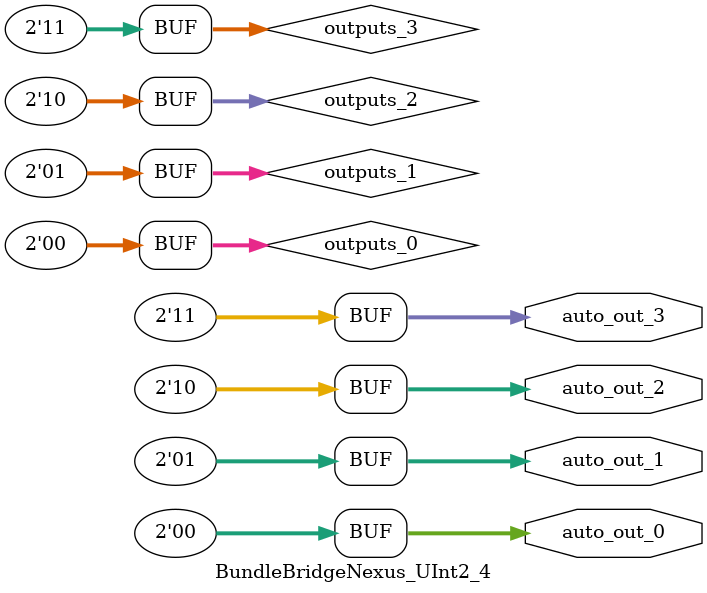
<source format=sv>
module BundleBridgeNexus_UInt2_4(	// @[generators/diplomacy/diplomacy/src/diplomacy/bundlebridge/BundleBridgeNexus.scala:20:9]
  output [1:0] auto_out_3,	// @[generators/diplomacy/diplomacy/src/diplomacy/lazymodule/LazyModuleImp.scala:106:25]
  output [1:0] auto_out_2,	// @[generators/diplomacy/diplomacy/src/diplomacy/lazymodule/LazyModuleImp.scala:106:25]
  output [1:0] auto_out_1,	// @[generators/diplomacy/diplomacy/src/diplomacy/lazymodule/LazyModuleImp.scala:106:25]
  output [1:0] auto_out_0	// @[generators/diplomacy/diplomacy/src/diplomacy/lazymodule/LazyModuleImp.scala:106:25]
);

  wire [1:0] outputs_0 = 2'h0;	// @[generators/rocket-chip/src/main/scala/subsystem/HasTiles.scala:78:32]
  wire [1:0] outputs_1 = 2'h1;	// @[generators/rocket-chip/src/main/scala/subsystem/HasTiles.scala:78:32]
  wire [1:0] outputs_2 = 2'h2;	// @[generators/rocket-chip/src/main/scala/subsystem/HasTiles.scala:78:32]
  wire [1:0] outputs_3 = 2'h3;	// @[generators/rocket-chip/src/main/scala/subsystem/HasTiles.scala:78:32]
  assign auto_out_3 = outputs_3;	// @[generators/diplomacy/diplomacy/src/diplomacy/bundlebridge/BundleBridgeNexus.scala:20:9, generators/rocket-chip/src/main/scala/subsystem/HasTiles.scala:78:32]
  assign auto_out_2 = outputs_2;	// @[generators/diplomacy/diplomacy/src/diplomacy/bundlebridge/BundleBridgeNexus.scala:20:9, generators/rocket-chip/src/main/scala/subsystem/HasTiles.scala:78:32]
  assign auto_out_1 = outputs_1;	// @[generators/diplomacy/diplomacy/src/diplomacy/bundlebridge/BundleBridgeNexus.scala:20:9, generators/rocket-chip/src/main/scala/subsystem/HasTiles.scala:78:32]
  assign auto_out_0 = outputs_0;	// @[generators/diplomacy/diplomacy/src/diplomacy/bundlebridge/BundleBridgeNexus.scala:20:9, generators/rocket-chip/src/main/scala/subsystem/HasTiles.scala:78:32]
endmodule


</source>
